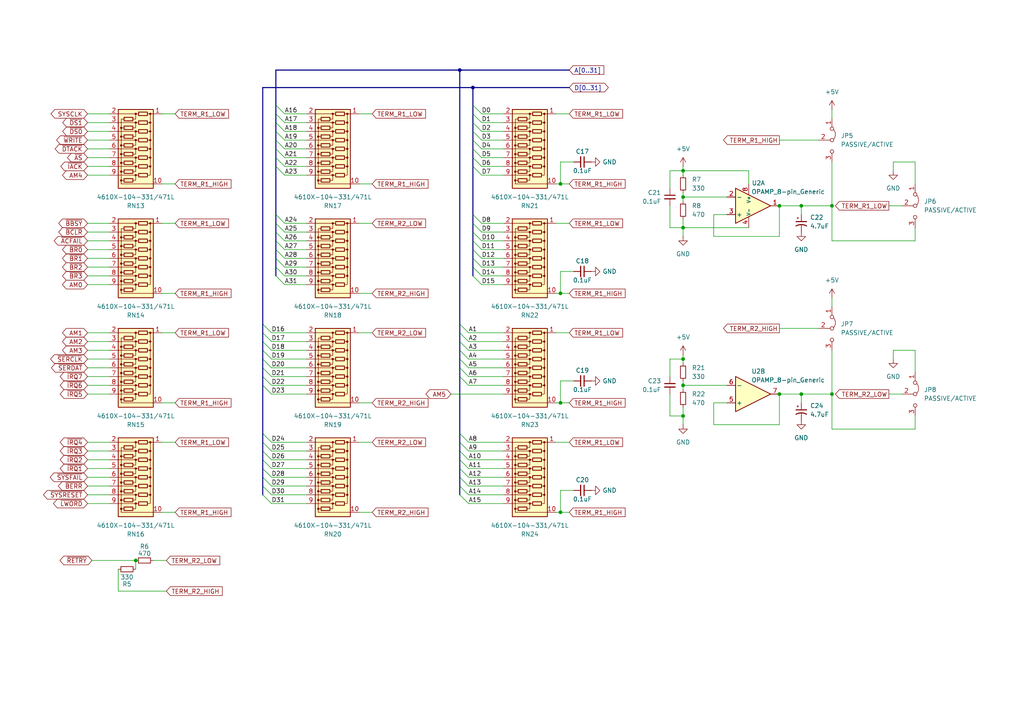
<source format=kicad_sch>
(kicad_sch (version 20231120) (generator "eeschema") (generator_version "8.0")
  (paper "A4")
  (title_block (title "6-Slot Backplane") (rev "1"))
  (lib_symbols
    (symbol "Computie_Miscellaneous:R_Network_Dividers_x08_SIP_Small" (pin_names (offset 0) hide)
      (property "Reference" "RN" (at -12.7 0 90))
      (property "Value" "R_Network_Dividers_x08_SIP_Small" (at 12.7 0 90))
      (symbol "R_Network_Dividers_x08_SIP_Small_0_1"
        (rectangle (start -11.43 5.08) (end 11.43 -5.08) (stroke (width 0.254)) (fill (type background)))
        (rectangle (start -10.668 3.3782) (end -9.652 0.8382) (stroke (width 0.254)))
        (circle (center -10.16 0) (radius 0.254) (fill (type outline)))
        (circle (center -10.16 4.2164) (radius 0.254) (fill (type outline)))
        (rectangle (start -9.144 -3.3782) (end -8.128 -0.8382) (stroke (width 0.254)))
        (rectangle (start -8.128 3.3782) (end -7.112 0.8382) (stroke (width 0.254)))
        (circle (center -7.62 0) (radius 0.254) (fill (type outline)))
        (circle (center -7.62 4.2164) (radius 0.254) (fill (type outline)))
        (rectangle (start -6.604 -3.3782) (end -5.588 -0.8382) (stroke (width 0.254)))
        (circle (center -6.096 -4.2164) (radius 0.254) (fill (type outline)))
        (rectangle (start -5.588 3.3782) (end -4.572 0.8382) (stroke (width 0.254)))
        (circle (center -5.08 0) (radius 0.254) (fill (type outline)))
        (circle (center -5.08 4.2164) (radius 0.254) (fill (type outline)))
        (rectangle (start -4.064 -3.3782) (end -3.048 -0.8382) (stroke (width 0.254)))
        (circle (center -3.556 -4.2164) (radius 0.254) (fill (type outline)))
        (rectangle (start -3.048 3.3782) (end -2.032 0.8382) (stroke (width 0.254)))
        (circle (center -2.54 0) (radius 0.254) (fill (type outline)))
        (circle (center -2.54 4.2164) (radius 0.254) (fill (type outline)))
        (rectangle (start -1.524 -3.3782) (end -0.508 -0.8382) (stroke (width 0.254)))
        (circle (center -1.016 -4.2164) (radius 0.254) (fill (type outline)))
        (rectangle (start -0.508 3.3782) (end 0.508 0.8382) (stroke (width 0.254)))
        (polyline (pts (xy -10.16 -5.08) (xy -10.16 0.8382)))
        (polyline (pts (xy -10.16 5.08) (xy -10.16 3.3782)))
        (polyline (pts (xy -8.89 -3.81) (xy -8.89 -3.81)))
        (polyline (pts (xy -7.621 4.216) (xy -7.621 3.368)))
        (polyline (pts (xy -7.62 -5.08) (xy -7.62 0.8382)))
        (polyline (pts (xy -5.08 -5.08) (xy -5.08 0.8382)))
        (polyline (pts (xy -2.544 4.215) (xy -2.544 3.372)))
        (polyline (pts (xy -2.54 -5.08) (xy -2.54 0.8382)))
        (polyline (pts (xy 0 -5.08) (xy 0 0.8382)))
        (polyline (pts (xy 2.54 -5.08) (xy 2.54 0.8382)))
        (polyline (pts (xy 5.08 -5.08) (xy 5.08 0.8382)))
        (polyline (pts (xy 6.61 -4.209) (xy 6.61 -3.358)))
        (polyline (pts (xy 7.62 -5.08) (xy 7.62 0.8382)))
        (polyline (pts (xy 10.16 -4.2164) (xy 10.16 5.08)))
        (polyline (pts (xy -10.16 0) (xy -8.636 0) (xy -8.636 -0.8382)))
        (polyline (pts (xy -10.16 4.2164) (xy -5.08 4.2164) (xy -5.08 3.3782)))
        (polyline (pts (xy -7.62 0) (xy -6.096 0) (xy -6.096 -0.8382)))
        (polyline (pts (xy -6.096 -4.206) (xy -8.644 -4.206) (xy -8.644 -3.371)))
        (polyline (pts (xy -5.08 0) (xy -3.556 0) (xy -3.556 -0.8382)))
        (polyline (pts (xy -5.08 4.2164) (xy 0 4.2164) (xy 0 3.3782)))
        (polyline (pts (xy -3.55 -4.203) (xy -6.096 -4.203) (xy -6.096 -3.354)))
        (polyline (pts (xy -2.54 0) (xy -1.016 0) (xy -1.016 -0.8382)))
        (polyline (pts (xy -2.54 4.2164) (xy 2.54 4.2164) (xy 2.54 3.3782)))
        (polyline (pts (xy -1.016 -4.203) (xy -3.553 -4.203) (xy -3.553 -3.377)))
        (polyline (pts (xy 0 0) (xy 1.524 0) (xy 1.524 -0.8382)))
        (polyline (pts (xy 0 4.2164) (xy 5.08 4.2164) (xy 5.08 3.3782)))
        (polyline (pts (xy 1.519 -4.209) (xy -1.018 -4.209) (xy -1.018 -3.374)))
        (polyline (pts (xy 2.54 0) (xy 4.064 0) (xy 4.064 -0.8382)))
        (polyline (pts (xy 2.54 4.2164) (xy 7.62 4.2164) (xy 7.62 3.3782)))
        (polyline (pts (xy 4.063 -4.213) (xy 1.52 -4.213) (xy 1.52 -3.367)))
        (polyline (pts (xy 4.064 -3.3782) (xy 4.064 -4.2164) (xy 10.16 -4.2164)))
        (polyline (pts (xy 5.08 0) (xy 6.604 0) (xy 6.604 -0.8382)))
        (polyline (pts (xy 7.62 0) (xy 9.144 0) (xy 9.144 -0.8382)))
        (polyline (pts (xy 9.144 -3.3782) (xy 9.144 -4.2164) (xy 10.16 -4.2164)))
        (circle (center 0 0) (radius 0.254) (fill (type outline)))
        (circle (center 0 4.2164) (radius 0.254) (fill (type outline)))
        (rectangle (start 1.016 -3.3782) (end 2.032 -0.8382) (stroke (width 0.254)))
        (circle (center 1.524 -4.2164) (radius 0.254) (fill (type outline)))
        (rectangle (start 2.032 3.3782) (end 3.048 0.8382) (stroke (width 0.254)))
        (circle (center 2.54 0) (radius 0.254) (fill (type outline)))
        (circle (center 2.54 4.2164) (radius 0.254) (fill (type outline)))
        (rectangle (start 3.556 -3.3782) (end 4.572 -0.8382) (stroke (width 0.254)))
        (circle (center 4.064 -4.2164) (radius 0.254) (fill (type outline)))
        (rectangle (start 4.572 3.3782) (end 5.588 0.8382) (stroke (width 0.254)))
        (circle (center 5.08 0) (radius 0.254) (fill (type outline)))
        (circle (center 5.08 4.2164) (radius 0.254) (fill (type outline)))
        (rectangle (start 6.096 -3.3782) (end 7.112 -0.8382) (stroke (width 0.254)))
        (circle (center 6.604 -4.2164) (radius 0.254) (fill (type outline)))
        (rectangle (start 7.112 3.3782) (end 8.128 0.8382) (stroke (width 0.254)))
        (circle (center 7.62 0) (radius 0.254) (fill (type outline)))
        (rectangle (start 8.636 -3.3782) (end 9.652 -0.8382) (stroke (width 0.254)))
        (circle (center 9.144 -4.2164) (radius 0.254) (fill (type outline)))
      )
      (symbol "R_Network_Dividers_x08_SIP_Small_1_1"
        (pin passive line (at -10.16 7.62 270) (length 2.54) (name "COM1") (number "1"))
        (pin passive line (at 10.16 7.62 270) (length 2.54) (name "COM2") (number "10"))
        (pin passive line (at -10.16 -7.62 90) (length 2.54) (name "R1") (number "2"))
        (pin passive line (at -7.62 -7.62 90) (length 2.54) (name "R2") (number "3"))
        (pin passive line (at -5.08 -7.62 90) (length 2.54) (name "R3") (number "4"))
        (pin passive line (at -2.54 -7.62 90) (length 2.54) (name "R4") (number "5"))
        (pin passive line (at 0 -7.62 90) (length 2.54) (name "R5") (number "6"))
        (pin passive line (at 2.54 -7.62 90) (length 2.54) (name "R6") (number "7"))
        (pin passive line (at 5.08 -7.62 90) (length 2.54) (name "R7") (number "8"))
        (pin passive line (at 7.62 -7.62 90) (length 2.54) (name "R8") (number "9"))
      )
    )
    (symbol "Device:C_Polarized_Small_US" (pin_numbers hide) (pin_names (offset 0.254) hide)
      (property "Reference" "C" (at 0.254 1.778 0))
      (property "Value" "C_Polarized_Small_US" (at 0.254 -2.032 0))
      (symbol "C_Polarized_Small_US_0_1"
        (polyline (pts (xy -1.524 0.508) (xy 1.524 0.508)) (stroke (width 0.3048)))
        (polyline (pts (xy -1.27 1.524) (xy -0.762 1.524)))
        (polyline (pts (xy -1.016 1.27) (xy -1.016 1.778)))
        (arc (start 1.524 -0.762) (mid 0 -0.3734) (end -1.524 -0.762) (stroke (width 0.3048)))
      )
      (symbol "C_Polarized_Small_US_1_1"
        (pin passive line (at 0 2.54 270) (length 2.032) (name "~") (number "1"))
        (pin passive line (at 0 -2.54 90) (length 2.032) (name "~") (number "2"))
      )
    )
    (symbol "Device:C_Small" (pin_numbers hide) (pin_names (offset 0.254) hide)
      (property "Reference" "C" (at 0.254 1.778 0))
      (property "Value" "C_Small" (at 0.254 -2.032 0))
      (symbol "C_Small_0_1"
        (polyline (pts (xy -1.524 -0.508) (xy 1.524 -0.508)) (stroke (width 0.3302)))
        (polyline (pts (xy -1.524 0.508) (xy 1.524 0.508)) (stroke (width 0.3048)))
      )
      (symbol "C_Small_1_1"
        (pin passive line (at 0 2.54 270) (length 2.032) (name "~") (number "1"))
        (pin passive line (at 0 -2.54 90) (length 2.032) (name "~") (number "2"))
      )
    )
    (symbol "Device:R_Small" (pin_numbers hide) (pin_names (offset 0.254) hide)
      (property "Reference" "R" (at 0.762 0.508 0))
      (property "Value" "R_Small" (at 0.762 -1.016 0))
      (symbol "R_Small_0_1"
        (rectangle (start -0.762 1.778) (end 0.762 -1.778) (stroke (width 0.2032)))
      )
      (symbol "R_Small_1_1"
        (pin passive line (at 0 2.54 270) (length 0.762) (name "~") (number "1"))
        (pin passive line (at 0 -2.54 90) (length 0.762) (name "~") (number "2"))
      )
    )
    (symbol "Jumper:Jumper_3_Bridged12" (pin_names (offset 0) hide) (exclude_from_sim yes) (in_bom no)
      (property "Reference" "JP" (at -2.54 -2.54 0))
      (property "Value" "Jumper_3_Bridged12" (at 0 2.794 0))
      (symbol "Jumper_3_Bridged12_0_0"
        (circle (center -3.302 0) (radius 0.508))
        (circle (center 0 0) (radius 0.508))
        (circle (center 3.302 0) (radius 0.508))
      )
      (symbol "Jumper_3_Bridged12_0_1"
        (arc (start -0.254 0.508) (mid -1.651 0.9912) (end -3.048 0.508))
        (polyline (pts (xy 0 -1.27) (xy 0 -0.508)))
      )
      (symbol "Jumper_3_Bridged12_1_1"
        (pin passive line (at -6.35 0 0) (length 2.54) (name "A") (number "1"))
        (pin passive line (at 0 -3.81 90) (length 2.54) (name "C") (number "2"))
        (pin passive line (at 6.35 0 180) (length 2.54) (name "B") (number "3"))
      )
    )
    (symbol "PCM_Amplifier_Operational_AKL:OPAMP_Dual_Generic" (pin_names (offset 0.2))
      (property "Reference" "U" (at 1.27 6.35 0))
      (property "Value" "OPAMP_Dual_Generic" (at 1.27 3.81 0))
      (symbol "OPAMP_Dual_Generic_0_1"
        (polyline (pts (xy -3.81 5.08) (xy -3.81 -5.08) (xy 6.35 0) (xy -3.81 5.08)) (stroke (width 0.254)) (fill (type background)))
      )
      (symbol "OPAMP_Dual_Generic_1_1"
        (pin output line (at 8.89 0 180) (length 2.54) (name "~") (number "1"))
        (pin input line (at -6.35 2.54 0) (length 2.54) (name "-") (number "2"))
        (pin input line (at -6.35 -2.54 0) (length 2.54) (name "+") (number "3"))
        (pin power_in line (at 0 -6.35 90) (length 3.18) (name "V-") (number "4"))
        (pin power_in line (at 0 6.35 270) (length 3.18) (name "V+") (number "8"))
      )
      (symbol "OPAMP_Dual_Generic_2_1"
        (pin input line (at -6.35 -2.54 0) (length 2.54) (name "+") (number "5"))
        (pin input line (at -6.35 2.54 0) (length 2.54) (name "-") (number "6"))
        (pin output line (at 8.89 0 180) (length 2.54) (name "~") (number "7"))
      )
    )
    (symbol "power:+5V" (power) (pin_numbers hide) (pin_names (offset 0) hide)
      (property "Value" "+5V" (at 0 3.556 0))
      (symbol "+5V_0_1"
        (polyline (pts (xy -0.762 1.27) (xy 0 2.54)))
        (polyline (pts (xy 0 0) (xy 0 2.54)))
        (polyline (pts (xy 0 2.54) (xy 0.762 1.27)))
      )
      (symbol "+5V_1_1"
        (pin power_in line (at 0 0 90) (length 0) (name "~") (number "1"))
      )
    )
    (symbol "power:GND" (power) (pin_numbers hide) (pin_names (offset 0) hide)
      (property "Value" "GND" (at 0 -3.81 0))
      (symbol "GND_0_1"
        (polyline (pts (xy 0 0) (xy 0 -1.27) (xy 1.27 -1.27) (xy 0 -2.54) (xy -1.27 -1.27) (xy 0 -1.27)))
      )
      (symbol "GND_1_1"
        (pin power_in line (at 0 0 270) (length 0) (name "~") (number "1"))
      )
    )
  )
  (junction (at 162.56 53.34))
  (junction (at 162.56 148.59))
  (junction (at 198.12 57.15))
  (junction (at 137.16 25.4))
  (junction (at 198.12 104.14))
  (junction (at 198.12 111.76))
  (junction (at 226.06 59.69))
  (junction (at 226.06 114.3))
  (junction (at 198.12 66.04))
  (junction (at 162.56 85.09))
  (junction (at 241.3 59.69))
  (junction (at 162.56 116.84))
  (junction (at 198.12 49.53))
  (junction (at 133.35 20.32))
  (junction (at 39.37 162.56))
  (junction (at 241.3 114.3))
  (junction (at 232.41 114.3))
  (junction (at 198.12 120.65))
  (junction (at 232.41 59.69))
  (bus_entry (at 82.55 50.8) (size -2.54 -2.54))
  (bus_entry (at 139.7 80.01) (size -2.54 -2.54))
  (bus_entry (at 82.55 33.02) (size -2.54 -2.54))
  (bus_entry (at 78.74 138.43) (size -2.54 -2.54))
  (bus_entry (at 135.89 99.06) (size -2.54 -2.54))
  (bus_entry (at 139.7 67.31) (size -2.54 -2.54))
  (bus_entry (at 135.89 101.6) (size -2.54 -2.54))
  (bus_entry (at 82.55 38.1) (size -2.54 -2.54))
  (bus_entry (at 78.74 104.14) (size -2.54 -2.54))
  (bus_entry (at 78.74 96.52) (size -2.54 -2.54))
  (bus_entry (at 82.55 82.55) (size -2.54 -2.54))
  (bus_entry (at 82.55 77.47) (size -2.54 -2.54))
  (bus_entry (at 78.74 133.35) (size -2.54 -2.54))
  (bus_entry (at 82.55 43.18) (size -2.54 -2.54))
  (bus_entry (at 139.7 35.56) (size -2.54 -2.54))
  (bus_entry (at 82.55 40.64) (size -2.54 -2.54))
  (bus_entry (at 82.55 72.39) (size -2.54 -2.54))
  (bus_entry (at 82.55 69.85) (size -2.54 -2.54))
  (bus_entry (at 78.74 101.6) (size -2.54 -2.54))
  (bus_entry (at 135.89 133.35) (size -2.54 -2.54))
  (bus_entry (at 78.74 143.51) (size -2.54 -2.54))
  (bus_entry (at 139.7 74.93) (size -2.54 -2.54))
  (bus_entry (at 139.7 82.55) (size -2.54 -2.54))
  (bus_entry (at 78.74 128.27) (size -2.54 -2.54))
  (bus_entry (at 135.89 104.14) (size -2.54 -2.54))
  (bus_entry (at 139.7 48.26) (size -2.54 -2.54))
  (bus_entry (at 139.7 77.47) (size -2.54 -2.54))
  (bus_entry (at 135.89 106.68) (size -2.54 -2.54))
  (bus_entry (at 78.74 146.05) (size -2.54 -2.54))
  (bus_entry (at 139.7 40.64) (size -2.54 -2.54))
  (bus_entry (at 135.89 128.27) (size -2.54 -2.54))
  (bus_entry (at 82.55 64.77) (size -2.54 -2.54))
  (bus_entry (at 135.89 109.22) (size -2.54 -2.54))
  (bus_entry (at 82.55 67.31) (size -2.54 -2.54))
  (bus_entry (at 135.89 96.52) (size -2.54 -2.54))
  (bus_entry (at 78.74 111.76) (size -2.54 -2.54))
  (bus_entry (at 139.7 45.72) (size -2.54 -2.54))
  (bus_entry (at 135.89 111.76) (size -2.54 -2.54))
  (bus_entry (at 78.74 140.97) (size -2.54 -2.54))
  (bus_entry (at 82.55 48.26) (size -2.54 -2.54))
  (bus_entry (at 135.89 146.05) (size -2.54 -2.54))
  (bus_entry (at 78.74 135.89) (size -2.54 -2.54))
  (bus_entry (at 139.7 43.18) (size -2.54 -2.54))
  (bus_entry (at 82.55 35.56) (size -2.54 -2.54))
  (bus_entry (at 135.89 130.81) (size -2.54 -2.54))
  (bus_entry (at 82.55 80.01) (size -2.54 -2.54))
  (bus_entry (at 82.55 45.72) (size -2.54 -2.54))
  (bus_entry (at 139.7 72.39) (size -2.54 -2.54))
  (bus_entry (at 78.74 99.06) (size -2.54 -2.54))
  (bus_entry (at 135.89 138.43) (size -2.54 -2.54))
  (bus_entry (at 139.7 69.85) (size -2.54 -2.54))
  (bus_entry (at 135.89 135.89) (size -2.54 -2.54))
  (bus_entry (at 82.55 74.93) (size -2.54 -2.54))
  (bus_entry (at 78.74 114.3) (size -2.54 -2.54))
  (bus_entry (at 139.7 50.8) (size -2.54 -2.54))
  (bus_entry (at 139.7 38.1) (size -2.54 -2.54))
  (bus_entry (at 78.74 109.22) (size -2.54 -2.54))
  (bus_entry (at 78.74 106.68) (size -2.54 -2.54))
  (bus_entry (at 78.74 130.81) (size -2.54 -2.54))
  (bus_entry (at 139.7 33.02) (size -2.54 -2.54))
  (bus_entry (at 135.89 143.51) (size -2.54 -2.54))
  (bus_entry (at 135.89 140.97) (size -2.54 -2.54))
  (bus_entry (at 139.7 64.77) (size -2.54 -2.54))
  (bus (pts (xy 80.01 69.85) (xy 80.01 72.39)))
  (wire (pts (xy 31.75 67.31) (xy 25.4 67.31)))
  (wire (pts (xy 241.3 69.85) (xy 241.3 59.69)))
  (wire (pts (xy 165.1 148.59) (xy 162.56 148.59)))
  (wire (pts (xy 31.75 50.8) (xy 25.4 50.8)))
  (wire (pts (xy 31.75 45.72) (xy 25.4 45.72)))
  (wire (pts (xy 241.3 59.69) (xy 241.3 46.99)))
  (bus (pts (xy 133.35 93.98) (xy 133.35 96.52)))
  (wire (pts (xy 146.05 72.39) (xy 139.7 72.39)))
  (bus (pts (xy 76.2 130.81) (xy 76.2 133.35)))
  (wire (pts (xy 31.75 135.89) (xy 25.4 135.89)))
  (wire (pts (xy 88.9 67.31) (xy 82.55 67.31)))
  (bus (pts (xy 80.01 64.77) (xy 80.01 67.31)))
  (wire (pts (xy 146.05 111.76) (xy 135.89 111.76)))
  (wire (pts (xy 146.05 106.68) (xy 135.89 106.68)))
  (wire (pts (xy 162.56 142.24) (xy 162.56 148.59)))
  (wire (pts (xy 88.9 130.81) (xy 78.74 130.81)))
  (wire (pts (xy 31.75 133.35) (xy 25.4 133.35)))
  (bus (pts (xy 133.35 138.43) (xy 133.35 140.97)))
  (wire (pts (xy 232.41 114.3) (xy 241.3 114.3)))
  (wire (pts (xy 146.05 133.35) (xy 135.89 133.35)))
  (bus (pts (xy 133.35 125.73) (xy 133.35 128.27)))
  (wire (pts (xy 31.75 82.55) (xy 25.4 82.55)))
  (wire (pts (xy 146.05 130.81) (xy 135.89 130.81)))
  (wire (pts (xy 198.12 110.49) (xy 198.12 111.76)))
  (bus (pts (xy 137.16 43.18) (xy 137.16 45.72)))
  (wire (pts (xy 259.08 49.53) (xy 259.08 46.99)))
  (wire (pts (xy 241.3 86.36) (xy 241.3 88.9)))
  (wire (pts (xy 146.05 109.22) (xy 135.89 109.22)))
  (wire (pts (xy 265.43 46.99) (xy 265.43 53.34)))
  (wire (pts (xy 31.75 33.02) (xy 25.4 33.02)))
  (wire (pts (xy 31.75 43.18) (xy 25.4 43.18)))
  (bus (pts (xy 76.2 128.27) (xy 76.2 130.81)))
  (bus (pts (xy 137.16 45.72) (xy 137.16 48.26)))
  (wire (pts (xy 194.31 54.61) (xy 194.31 49.53)))
  (wire (pts (xy 194.31 66.04) (xy 198.12 66.04)))
  (wire (pts (xy 146.05 128.27) (xy 135.89 128.27)))
  (bus (pts (xy 133.35 135.89) (xy 133.35 138.43)))
  (wire (pts (xy 198.12 118.11) (xy 198.12 120.65)))
  (wire (pts (xy 198.12 49.53) (xy 198.12 50.8)))
  (wire (pts (xy 88.9 128.27) (xy 78.74 128.27)))
  (wire (pts (xy 166.37 110.49) (xy 162.56 110.49)))
  (bus (pts (xy 137.16 40.64) (xy 137.16 43.18)))
  (bus (pts (xy 80.01 33.02) (xy 80.01 35.56)))
  (bus (pts (xy 76.2 106.68) (xy 76.2 109.22)))
  (bus (pts (xy 76.2 104.14) (xy 76.2 106.68)))
  (wire (pts (xy 88.9 104.14) (xy 78.74 104.14)))
  (wire (pts (xy 146.05 35.56) (xy 139.7 35.56)))
  (wire (pts (xy 165.1 128.27) (xy 161.29 128.27)))
  (bus (pts (xy 76.2 93.98) (xy 76.2 96.52)))
  (wire (pts (xy 130.81 114.3) (xy 146.05 114.3)))
  (wire (pts (xy 146.05 77.47) (xy 139.7 77.47)))
  (bus (pts (xy 76.2 96.52) (xy 76.2 99.06)))
  (wire (pts (xy 194.31 59.69) (xy 194.31 66.04)))
  (bus (pts (xy 76.2 138.43) (xy 76.2 140.97)))
  (bus (pts (xy 133.35 96.52) (xy 133.35 99.06)))
  (bus (pts (xy 165.1 25.4) (xy 137.16 25.4)))
  (wire (pts (xy 31.75 143.51) (xy 25.4 143.51)))
  (wire (pts (xy 146.05 48.26) (xy 139.7 48.26)))
  (wire (pts (xy 165.1 85.09) (xy 162.56 85.09)))
  (wire (pts (xy 88.9 64.77) (xy 82.55 64.77)))
  (wire (pts (xy 146.05 135.89) (xy 135.89 135.89)))
  (wire (pts (xy 259.08 101.6) (xy 265.43 101.6)))
  (wire (pts (xy 31.75 74.93) (xy 25.4 74.93)))
  (bus (pts (xy 137.16 74.93) (xy 137.16 77.47)))
  (wire (pts (xy 265.43 101.6) (xy 265.43 107.95)))
  (wire (pts (xy 226.06 59.69) (xy 232.41 59.69)))
  (bus (pts (xy 80.01 35.56) (xy 80.01 38.1)))
  (wire (pts (xy 31.75 69.85) (xy 25.4 69.85)))
  (wire (pts (xy 194.31 49.53) (xy 198.12 49.53)))
  (wire (pts (xy 107.95 85.09) (xy 104.14 85.09)))
  (bus (pts (xy 133.35 106.68) (xy 133.35 104.14)))
  (wire (pts (xy 232.41 114.3) (xy 232.41 116.84)))
  (wire (pts (xy 198.12 111.76) (xy 210.82 111.76)))
  (bus (pts (xy 76.2 99.06) (xy 76.2 101.6)))
  (bus (pts (xy 137.16 33.02) (xy 137.16 35.56)))
  (bus (pts (xy 76.2 133.35) (xy 76.2 135.89)))
  (wire (pts (xy 232.41 59.69) (xy 241.3 59.69)))
  (bus (pts (xy 80.01 43.18) (xy 80.01 45.72)))
  (wire (pts (xy 31.75 77.47) (xy 25.4 77.47)))
  (bus (pts (xy 137.16 64.77) (xy 137.16 67.31)))
  (wire (pts (xy 88.9 138.43) (xy 78.74 138.43)))
  (wire (pts (xy 226.06 114.3) (xy 232.41 114.3)))
  (wire (pts (xy 226.06 40.64) (xy 237.49 40.64)))
  (bus (pts (xy 133.35 109.22) (xy 133.35 125.73)))
  (wire (pts (xy 146.05 140.97) (xy 135.89 140.97)))
  (bus (pts (xy 80.01 45.72) (xy 80.01 48.26)))
  (bus (pts (xy 76.2 101.6) (xy 76.2 104.14)))
  (wire (pts (xy 146.05 64.77) (xy 139.7 64.77)))
  (wire (pts (xy 146.05 33.02) (xy 139.7 33.02)))
  (wire (pts (xy 198.12 111.76) (xy 198.12 113.03)))
  (wire (pts (xy 31.75 140.97) (xy 25.4 140.97)))
  (wire (pts (xy 50.8 128.27) (xy 46.99 128.27)))
  (wire (pts (xy 107.95 116.84) (xy 104.14 116.84)))
  (wire (pts (xy 107.95 64.77) (xy 104.14 64.77)))
  (wire (pts (xy 166.37 78.74) (xy 162.56 78.74)))
  (bus (pts (xy 137.16 69.85) (xy 137.16 72.39)))
  (wire (pts (xy 162.56 46.99) (xy 162.56 53.34)))
  (wire (pts (xy 198.12 57.15) (xy 210.82 57.15)))
  (wire (pts (xy 207.01 116.84) (xy 207.01 123.19)))
  (bus (pts (xy 137.16 25.4) (xy 137.16 30.48)))
  (wire (pts (xy 165.1 64.77) (xy 161.29 64.77)))
  (wire (pts (xy 198.12 57.15) (xy 198.12 58.42)))
  (wire (pts (xy 207.01 123.19) (xy 226.06 123.19)))
  (wire (pts (xy 146.05 143.51) (xy 135.89 143.51)))
  (bus (pts (xy 133.35 140.97) (xy 133.35 143.51)))
  (wire (pts (xy 88.9 72.39) (xy 82.55 72.39)))
  (wire (pts (xy 165.1 33.02) (xy 161.29 33.02)))
  (wire (pts (xy 31.75 35.56) (xy 25.4 35.56)))
  (wire (pts (xy 146.05 69.85) (xy 139.7 69.85)))
  (wire (pts (xy 259.08 104.14) (xy 259.08 101.6)))
  (wire (pts (xy 50.8 33.02) (xy 46.99 33.02)))
  (wire (pts (xy 50.8 148.59) (xy 46.99 148.59)))
  (wire (pts (xy 146.05 67.31) (xy 139.7 67.31)))
  (bus (pts (xy 76.2 135.89) (xy 76.2 138.43)))
  (wire (pts (xy 217.17 49.53) (xy 198.12 49.53)))
  (wire (pts (xy 39.37 162.56) (xy 26.67 162.56)))
  (wire (pts (xy 88.9 101.6) (xy 78.74 101.6)))
  (wire (pts (xy 88.9 69.85) (xy 82.55 69.85)))
  (bus (pts (xy 80.01 20.32) (xy 133.35 20.32)))
  (wire (pts (xy 88.9 106.68) (xy 78.74 106.68)))
  (wire (pts (xy 207.01 62.23) (xy 207.01 68.58)))
  (wire (pts (xy 146.05 80.01) (xy 139.7 80.01)))
  (wire (pts (xy 48.26 162.56) (xy 44.45 162.56)))
  (wire (pts (xy 210.82 62.23) (xy 207.01 62.23)))
  (wire (pts (xy 50.8 85.09) (xy 46.99 85.09)))
  (wire (pts (xy 88.9 111.76) (xy 78.74 111.76)))
  (wire (pts (xy 241.3 31.75) (xy 241.3 34.29)))
  (wire (pts (xy 88.9 146.05) (xy 78.74 146.05)))
  (wire (pts (xy 31.75 128.27) (xy 25.4 128.27)))
  (wire (pts (xy 88.9 82.55) (xy 82.55 82.55)))
  (wire (pts (xy 31.75 96.52) (xy 25.4 96.52)))
  (wire (pts (xy 198.12 55.88) (xy 198.12 57.15)))
  (wire (pts (xy 146.05 104.14) (xy 135.89 104.14)))
  (bus (pts (xy 80.01 67.31) (xy 80.01 69.85)))
  (bus (pts (xy 76.2 25.4) (xy 137.16 25.4)))
  (bus (pts (xy 76.2 111.76) (xy 76.2 125.73)))
  (wire (pts (xy 88.9 143.51) (xy 78.74 143.51)))
  (wire (pts (xy 217.17 53.34) (xy 217.17 49.53)))
  (bus (pts (xy 76.2 125.73) (xy 76.2 128.27)))
  (bus (pts (xy 80.01 77.47) (xy 80.01 80.01)))
  (wire (pts (xy 107.95 53.34) (xy 104.14 53.34)))
  (bus (pts (xy 76.2 93.98) (xy 76.2 25.4)))
  (bus (pts (xy 133.35 133.35) (xy 133.35 135.89)))
  (bus (pts (xy 80.01 74.93) (xy 80.01 77.47)))
  (wire (pts (xy 198.12 120.65) (xy 198.12 123.19)))
  (bus (pts (xy 80.01 48.26) (xy 80.01 62.23)))
  (wire (pts (xy 88.9 135.89) (xy 78.74 135.89)))
  (wire (pts (xy 241.3 114.3) (xy 241.3 101.6)))
  (wire (pts (xy 265.43 120.65) (xy 265.43 124.46)))
  (wire (pts (xy 241.3 69.85) (xy 265.43 69.85)))
  (wire (pts (xy 50.8 96.52) (xy 46.99 96.52)))
  (wire (pts (xy 198.12 48.26) (xy 198.12 49.53)))
  (bus (pts (xy 137.16 30.48) (xy 137.16 33.02)))
  (bus (pts (xy 133.35 20.32) (xy 133.35 93.98)))
  (wire (pts (xy 31.75 138.43) (xy 25.4 138.43)))
  (wire (pts (xy 50.8 116.84) (xy 46.99 116.84)))
  (wire (pts (xy 210.82 116.84) (xy 207.01 116.84)))
  (wire (pts (xy 198.12 63.5) (xy 198.12 66.04)))
  (wire (pts (xy 146.05 50.8) (xy 139.7 50.8)))
  (wire (pts (xy 88.9 140.97) (xy 78.74 140.97)))
  (wire (pts (xy 31.75 99.06) (xy 25.4 99.06)))
  (wire (pts (xy 162.56 78.74) (xy 162.56 85.09)))
  (wire (pts (xy 31.75 64.77) (xy 25.4 64.77)))
  (wire (pts (xy 232.41 59.69) (xy 232.41 62.23)))
  (wire (pts (xy 217.17 66.04) (xy 198.12 66.04)))
  (bus (pts (xy 133.35 104.14) (xy 133.35 101.6)))
  (wire (pts (xy 107.95 33.02) (xy 104.14 33.02)))
  (wire (pts (xy 88.9 38.1) (xy 82.55 38.1)))
  (wire (pts (xy 31.75 48.26) (xy 25.4 48.26)))
  (bus (pts (xy 133.35 109.22) (xy 133.35 106.68)))
  (wire (pts (xy 146.05 96.52) (xy 135.89 96.52)))
  (wire (pts (xy 194.31 114.3) (xy 194.31 120.65)))
  (wire (pts (xy 146.05 45.72) (xy 139.7 45.72)))
  (wire (pts (xy 146.05 101.6) (xy 135.89 101.6)))
  (wire (pts (xy 146.05 99.06) (xy 135.89 99.06)))
  (wire (pts (xy 226.06 95.25) (xy 237.49 95.25)))
  (wire (pts (xy 88.9 50.8) (xy 82.55 50.8)))
  (wire (pts (xy 48.26 171.45) (xy 34.29 171.45)))
  (wire (pts (xy 31.75 38.1) (xy 25.4 38.1)))
  (wire (pts (xy 88.9 96.52) (xy 78.74 96.52)))
  (wire (pts (xy 257.81 114.3) (xy 261.62 114.3)))
  (bus (pts (xy 137.16 35.56) (xy 137.16 38.1)))
  (wire (pts (xy 31.75 130.81) (xy 25.4 130.81)))
  (wire (pts (xy 88.9 48.26) (xy 82.55 48.26)))
  (bus (pts (xy 137.16 38.1) (xy 137.16 40.64)))
  (wire (pts (xy 198.12 102.87) (xy 198.12 104.14)))
  (wire (pts (xy 166.37 142.24) (xy 162.56 142.24)))
  (bus (pts (xy 137.16 72.39) (xy 137.16 74.93)))
  (wire (pts (xy 88.9 109.22) (xy 78.74 109.22)))
  (bus (pts (xy 165.1 20.32) (xy 133.35 20.32)))
  (wire (pts (xy 31.75 114.3) (xy 25.4 114.3)))
  (wire (pts (xy 88.9 74.93) (xy 82.55 74.93)))
  (wire (pts (xy 31.75 109.22) (xy 25.4 109.22)))
  (bus (pts (xy 80.01 30.48) (xy 80.01 33.02)))
  (bus (pts (xy 80.01 72.39) (xy 80.01 74.93)))
  (bus (pts (xy 76.2 109.22) (xy 76.2 111.76)))
  (wire (pts (xy 107.95 128.27) (xy 104.14 128.27)))
  (wire (pts (xy 88.9 80.01) (xy 82.55 80.01)))
  (wire (pts (xy 259.08 46.99) (xy 265.43 46.99)))
  (wire (pts (xy 31.75 111.76) (xy 25.4 111.76)))
  (wire (pts (xy 146.05 43.18) (xy 139.7 43.18)))
  (bus (pts (xy 80.01 62.23) (xy 80.01 64.77)))
  (wire (pts (xy 162.56 53.34) (xy 161.29 53.34)))
  (wire (pts (xy 226.06 123.19) (xy 226.06 114.3)))
  (wire (pts (xy 257.81 59.69) (xy 261.62 59.69)))
  (wire (pts (xy 198.12 104.14) (xy 198.12 105.41)))
  (bus (pts (xy 133.35 130.81) (xy 133.35 133.35)))
  (wire (pts (xy 88.9 45.72) (xy 82.55 45.72)))
  (wire (pts (xy 88.9 43.18) (xy 82.55 43.18)))
  (wire (pts (xy 194.31 120.65) (xy 198.12 120.65)))
  (bus (pts (xy 133.35 101.6) (xy 133.35 99.06)))
  (wire (pts (xy 162.56 110.49) (xy 162.56 116.84)))
  (wire (pts (xy 162.56 116.84) (xy 161.29 116.84)))
  (wire (pts (xy 146.05 138.43) (xy 135.89 138.43)))
  (bus (pts (xy 137.16 48.26) (xy 137.16 62.23)))
  (wire (pts (xy 165.1 116.84) (xy 162.56 116.84)))
  (wire (pts (xy 166.37 46.99) (xy 162.56 46.99)))
  (wire (pts (xy 31.75 146.05) (xy 25.4 146.05)))
  (wire (pts (xy 241.3 124.46) (xy 241.3 114.3)))
  (wire (pts (xy 194.31 109.22) (xy 194.31 104.14)))
  (bus (pts (xy 137.16 62.23) (xy 137.16 64.77)))
  (wire (pts (xy 39.37 162.56) (xy 39.37 165.1)))
  (wire (pts (xy 107.95 96.52) (xy 104.14 96.52)))
  (wire (pts (xy 31.75 40.64) (xy 25.4 40.64)))
  (wire (pts (xy 88.9 99.06) (xy 78.74 99.06)))
  (wire (pts (xy 265.43 66.04) (xy 265.43 69.85)))
  (wire (pts (xy 88.9 77.47) (xy 82.55 77.47)))
  (wire (pts (xy 31.75 72.39) (xy 25.4 72.39)))
  (wire (pts (xy 165.1 53.34) (xy 162.56 53.34)))
  (wire (pts (xy 31.75 104.14) (xy 25.4 104.14)))
  (wire (pts (xy 146.05 146.05) (xy 135.89 146.05)))
  (wire (pts (xy 31.75 106.68) (xy 25.4 106.68)))
  (wire (pts (xy 107.95 148.59) (xy 104.14 148.59)))
  (wire (pts (xy 207.01 68.58) (xy 226.06 68.58)))
  (wire (pts (xy 146.05 74.93) (xy 139.7 74.93)))
  (wire (pts (xy 162.56 148.59) (xy 161.29 148.59)))
  (wire (pts (xy 88.9 33.02) (xy 82.55 33.02)))
  (bus (pts (xy 80.01 20.32) (xy 80.01 30.48)))
  (wire (pts (xy 162.56 85.09) (xy 161.29 85.09)))
  (wire (pts (xy 50.8 64.77) (xy 46.99 64.77)))
  (wire (pts (xy 165.1 96.52) (xy 161.29 96.52)))
  (bus (pts (xy 137.16 77.47) (xy 137.16 80.01)))
  (wire (pts (xy 50.8 53.34) (xy 46.99 53.34)))
  (bus (pts (xy 137.16 67.31) (xy 137.16 69.85)))
  (bus (pts (xy 76.2 140.97) (xy 76.2 143.51)))
  (wire (pts (xy 31.75 80.01) (xy 25.4 80.01)))
  (wire (pts (xy 88.9 114.3) (xy 78.74 114.3)))
  (wire (pts (xy 146.05 82.55) (xy 139.7 82.55)))
  (wire (pts (xy 146.05 38.1) (xy 139.7 38.1)))
  (wire (pts (xy 226.06 68.58) (xy 226.06 59.69)))
  (wire (pts (xy 194.31 104.14) (xy 198.12 104.14)))
  (wire (pts (xy 34.29 165.1) (xy 34.29 171.45)))
  (wire (pts (xy 88.9 133.35) (xy 78.74 133.35)))
  (wire (pts (xy 88.9 35.56) (xy 82.55 35.56)))
  (wire (pts (xy 146.05 40.64) (xy 139.7 40.64)))
  (wire (pts (xy 31.75 101.6) (xy 25.4 101.6)))
  (bus (pts (xy 80.01 38.1) (xy 80.01 40.64)))
  (wire (pts (xy 198.12 66.04) (xy 198.12 68.58)))
  (bus (pts (xy 80.01 40.64) (xy 80.01 43.18)))
  (wire (pts (xy 88.9 40.64) (xy 82.55 40.64)))
  (wire (pts (xy 241.3 124.46) (xy 265.43 124.46)))
  (bus (pts (xy 133.35 128.27) (xy 133.35 130.81)))
  (label "D26" (at 78.74 133.35 0))
  (label "D22" (at 78.74 111.76 0))
  (label "D29" (at 78.74 140.97 0))
  (label "D14" (at 139.7 80.01 0))
  (label "A27" (at 82.55 72.39 0))
  (label "A9" (at 135.89 130.81 0))
  (label "D2" (at 139.7 38.1 0))
  (label "A20" (at 82.55 43.18 0))
  (label "D8" (at 139.7 64.77 0))
  (label "A19" (at 82.55 40.64 0))
  (label "D0" (at 139.7 33.02 0))
  (label "A10" (at 135.89 133.35 0))
  (label "A4" (at 135.89 104.14 0))
  (label "A2" (at 135.89 99.06 0))
  (label "D24" (at 78.74 128.27 0))
  (label "A13" (at 135.89 140.97 0))
  (label "A12" (at 135.89 138.43 0))
  (label "A25" (at 82.55 67.31 0))
  (label "A17" (at 82.55 35.56 0))
  (label "D25" (at 78.74 130.81 0))
  (label "D31" (at 78.74 146.05 0))
  (label "D9" (at 139.7 67.31 0))
  (label "A8" (at 135.89 128.27 0))
  (label "D30" (at 78.74 143.51 0))
  (label "A31" (at 82.55 82.55 0))
  (label "A7" (at 135.89 111.76 0))
  (label "D13" (at 139.7 77.47 0))
  (label "A5" (at 135.89 106.68 0))
  (label "D20" (at 78.74 106.68 0))
  (label "D17" (at 78.74 99.06 0))
  (label "D28" (at 78.74 138.43 0))
  (label "D19" (at 78.74 104.14 0))
  (label "A14" (at 135.89 143.51 0))
  (label "A26" (at 82.55 69.85 0))
  (label "D4" (at 139.7 43.18 0))
  (label "D15" (at 139.7 82.55 0))
  (label "D21" (at 78.74 109.22 0))
  (label "D23" (at 78.74 114.3 0))
  (label "A16" (at 82.55 33.02 0))
  (label "A15" (at 135.89 146.05 0))
  (label "A3" (at 135.89 101.6 0))
  (label "D12" (at 139.7 74.93 0))
  (label "D27" (at 78.74 135.89 0))
  (label "D1" (at 139.7 35.56 0))
  (label "D18" (at 78.74 101.6 0))
  (label "D7" (at 139.7 50.8 0))
  (label "A22" (at 82.55 48.26 0))
  (label "A1" (at 135.89 96.52 0))
  (label "A11" (at 135.89 135.89 0))
  (label "A6" (at 135.89 109.22 0))
  (label "D16" (at 78.74 96.52 0))
  (label "A23" (at 82.55 50.8 0))
  (label "D5" (at 139.7 45.72 0))
  (label "D3" (at 139.7 40.64 0))
  (label "A24" (at 82.55 64.77 0))
  (label "A29" (at 82.55 77.47 0))
  (label "A18" (at 82.55 38.1 0))
  (label "A28" (at 82.55 74.93 0))
  (label "D10" (at 139.7 69.85 0))
  (label "D6" (at 139.7 48.26 0))
  (label "D11" (at 139.7 72.39 0))
  (label "A21" (at 82.55 45.72 0))
  (label "A30" (at 82.55 80.01 0))
  (global_label "TERM_R2_HIGH" (shape input) (at 107.95 148.59 0) (property "Intersheetrefs" "${INTERSHEET_REFS}" (effects (hide yes))))
  (global_label "~{IRQ1}" (shape bidirectional) (at 25.4 135.89 180) (property "Intersheetrefs" "${INTERSHEET_REFS}" (effects (hide yes))))
  (global_label "~{IRQ2}" (shape bidirectional) (at 25.4 133.35 180) (property "Intersheetrefs" "${INTERSHEET_REFS}" (effects (hide yes))))
  (global_label "TERM_R1_HIGH" (shape input) (at 165.1 148.59 0) (property "Intersheetrefs" "${INTERSHEET_REFS}" (effects (hide yes))))
  (global_label "~{BR2}" (shape bidirectional) (at 25.4 77.47 180) (property "Intersheetrefs" "${INTERSHEET_REFS}" (effects (hide yes))))
  (global_label "~{BR0}" (shape bidirectional) (at 25.4 72.39 180) (property "Intersheetrefs" "${INTERSHEET_REFS}" (effects (hide yes))))
  (global_label "AM5" (shape bidirectional) (at 130.81 114.3 180) (property "Intersheetrefs" "${INTERSHEET_REFS}" (effects (hide yes))))
  (global_label "TERM_R1_LOW" (shape input) (at 107.95 33.02 0) (property "Intersheetrefs" "${INTERSHEET_REFS}" (effects (hide yes))))
  (global_label "TERM_R2_LOW" (shape input) (at 48.26 162.56 0) (property "Intersheetrefs" "${INTERSHEET_REFS}" (effects (hide yes))))
  (global_label "TERM_R2_LOW" (shape output) (at 257.81 114.3 180) (property "Intersheetrefs" "${INTERSHEET_REFS}" (effects (hide yes))))
  (global_label "~{IRQ5}" (shape bidirectional) (at 25.4 114.3 180) (property "Intersheetrefs" "${INTERSHEET_REFS}" (effects (hide yes))))
  (global_label "~{BR3}" (shape bidirectional) (at 25.4 80.01 180) (property "Intersheetrefs" "${INTERSHEET_REFS}" (effects (hide yes))))
  (global_label "~{RETRY}" (shape bidirectional) (at 26.67 162.56 180) (property "Intersheetrefs" "${INTERSHEET_REFS}" (effects (hide yes))))
  (global_label "TERM_R1_LOW" (shape input) (at 165.1 33.02 0) (property "Intersheetrefs" "${INTERSHEET_REFS}" (effects (hide yes))))
  (global_label "~{DS0}" (shape bidirectional) (at 25.4 38.1 180) (property "Intersheetrefs" "${INTERSHEET_REFS}" (effects (hide yes))))
  (global_label "~{BBSY}" (shape bidirectional) (at 25.4 64.77 180) (property "Intersheetrefs" "${INTERSHEET_REFS}" (effects (hide yes))))
  (global_label "~{WRITE}" (shape bidirectional) (at 25.4 40.64 180) (property "Intersheetrefs" "${INTERSHEET_REFS}" (effects (hide yes))))
  (global_label "~{BR1}" (shape bidirectional) (at 25.4 74.93 180) (property "Intersheetrefs" "${INTERSHEET_REFS}" (effects (hide yes))))
  (global_label "~{BCLR}" (shape bidirectional) (at 25.4 67.31 180) (property "Intersheetrefs" "${INTERSHEET_REFS}" (effects (hide yes))))
  (global_label "TERM_R2_HIGH" (shape input) (at 48.26 171.45 0) (property "Intersheetrefs" "${INTERSHEET_REFS}" (effects (hide yes))))
  (global_label "~{DS1}" (shape bidirectional) (at 25.4 35.56 180) (property "Intersheetrefs" "${INTERSHEET_REFS}" (effects (hide yes))))
  (global_label "A[0..31]" (shape input) (at 165.1 20.32 0) (property "Intersheetrefs" "${INTERSHEET_REFS}" (effects (hide yes))))
  (global_label "TERM_R1_LOW" (shape input) (at 165.1 64.77 0) (property "Intersheetrefs" "${INTERSHEET_REFS}" (effects (hide yes))))
  (global_label "~{IACK}" (shape bidirectional) (at 25.4 48.26 180) (property "Intersheetrefs" "${INTERSHEET_REFS}" (effects (hide yes))))
  (global_label "~{SYSFAIL}" (shape bidirectional) (at 25.4 138.43 180) (property "Intersheetrefs" "${INTERSHEET_REFS}" (effects (hide yes))))
  (global_label "TERM_R2_LOW" (shape input) (at 107.95 64.77 0) (property "Intersheetrefs" "${INTERSHEET_REFS}" (effects (hide yes))))
  (global_label "TERM_R1_HIGH" (shape output) (at 226.06 40.64 180) (property "Intersheetrefs" "${INTERSHEET_REFS}" (effects (hide yes))))
  (global_label "~{DTACK}" (shape bidirectional) (at 25.4 43.18 180) (property "Intersheetrefs" "${INTERSHEET_REFS}" (effects (hide yes))))
  (global_label "TERM_R1_LOW" (shape input) (at 50.8 33.02 0) (property "Intersheetrefs" "${INTERSHEET_REFS}" (effects (hide yes))))
  (global_label "TERM_R1_LOW" (shape input) (at 165.1 96.52 0) (property "Intersheetrefs" "${INTERSHEET_REFS}" (effects (hide yes))))
  (global_label "~{AS}" (shape bidirectional) (at 25.4 45.72 180) (property "Intersheetrefs" "${INTERSHEET_REFS}" (effects (hide yes))))
  (global_label "TERM_R1_HIGH" (shape input) (at 50.8 148.59 0) (property "Intersheetrefs" "${INTERSHEET_REFS}" (effects (hide yes))))
  (global_label "AM3" (shape bidirectional) (at 25.4 101.6 180) (property "Intersheetrefs" "${INTERSHEET_REFS}" (effects (hide yes))))
  (global_label "TERM_R2_LOW" (shape input) (at 107.95 128.27 0) (property "Intersheetrefs" "${INTERSHEET_REFS}" (effects (hide yes))))
  (global_label "SYSCLK" (shape bidirectional) (at 25.4 33.02 180) (property "Intersheetrefs" "${INTERSHEET_REFS}" (effects (hide yes))))
  (global_label "~{IRQ6}" (shape bidirectional) (at 25.4 111.76 180) (property "Intersheetrefs" "${INTERSHEET_REFS}" (effects (hide yes))))
  (global_label "AM4" (shape bidirectional) (at 25.4 50.8 180) (property "Intersheetrefs" "${INTERSHEET_REFS}" (effects (hide yes))))
  (global_label "TERM_R1_LOW" (shape input) (at 50.8 64.77 0) (property "Intersheetrefs" "${INTERSHEET_REFS}" (effects (hide yes))))
  (global_label "TERM_R2_LOW" (shape input) (at 107.95 96.52 0) (property "Intersheetrefs" "${INTERSHEET_REFS}" (effects (hide yes))))
  (global_label "~{IRQ3}" (shape bidirectional) (at 25.4 130.81 180) (property "Intersheetrefs" "${INTERSHEET_REFS}" (effects (hide yes))))
  (global_label "TERM_R1_HIGH" (shape input) (at 165.1 116.84 0) (property "Intersheetrefs" "${INTERSHEET_REFS}" (effects (hide yes))))
  (global_label "TERM_R1_HIGH" (shape input) (at 165.1 53.34 0) (property "Intersheetrefs" "${INTERSHEET_REFS}" (effects (hide yes))))
  (global_label "TERM_R1_HIGH" (shape input) (at 107.95 53.34 0) (property "Intersheetrefs" "${INTERSHEET_REFS}" (effects (hide yes))))
  (global_label "TERM_R2_HIGH" (shape input) (at 107.95 85.09 0) (property "Intersheetrefs" "${INTERSHEET_REFS}" (effects (hide yes))))
  (global_label "TERM_R1_LOW" (shape input) (at 50.8 96.52 0) (property "Intersheetrefs" "${INTERSHEET_REFS}" (effects (hide yes))))
  (global_label "TERM_R1_HIGH" (shape input) (at 50.8 116.84 0) (property "Intersheetrefs" "${INTERSHEET_REFS}" (effects (hide yes))))
  (global_label "~{BERR}" (shape bidirectional) (at 25.4 140.97 180) (property "Intersheetrefs" "${INTERSHEET_REFS}" (effects (hide yes))))
  (global_label "~{ACFAIL}" (shape bidirectional) (at 25.4 69.85 180) (property "Intersheetrefs" "${INTERSHEET_REFS}" (effects (hide yes))))
  (global_label "~{SYSRESET}" (shape bidirectional) (at 25.4 143.51 180) (property "Intersheetrefs" "${INTERSHEET_REFS}" (effects (hide yes))))
  (global_label "TERM_R1_HIGH" (shape input) (at 50.8 85.09 0) (property "Intersheetrefs" "${INTERSHEET_REFS}" (effects (hide yes))))
  (global_label "~{SERCLK}" (shape bidirectional) (at 25.4 104.14 180) (property "Intersheetrefs" "${INTERSHEET_REFS}" (effects (hide yes))))
  (global_label "D[0..31]" (shape bidirectional) (at 165.1 25.4 0) (property "Intersheetrefs" "${INTERSHEET_REFS}" (effects (hide yes))))
  (global_label "AM0" (shape bidirectional) (at 25.4 82.55 180) (property "Intersheetrefs" "${INTERSHEET_REFS}" (effects (hide yes))))
  (global_label "TERM_R2_HIGH" (shape input) (at 107.95 116.84 0) (property "Intersheetrefs" "${INTERSHEET_REFS}" (effects (hide yes))))
  (global_label "~{IRQ4}" (shape bidirectional) (at 25.4 128.27 180) (property "Intersheetrefs" "${INTERSHEET_REFS}" (effects (hide yes))))
  (global_label "TERM_R1_HIGH" (shape input) (at 165.1 85.09 0) (property "Intersheetrefs" "${INTERSHEET_REFS}" (effects (hide yes))))
  (global_label "TERM_R2_HIGH" (shape output) (at 226.06 95.25 180) (property "Intersheetrefs" "${INTERSHEET_REFS}" (effects (hide yes))))
  (global_label "TERM_R1_HIGH" (shape input) (at 50.8 53.34 0) (property "Intersheetrefs" "${INTERSHEET_REFS}" (effects (hide yes))))
  (global_label "~{SERDAT}" (shape bidirectional) (at 25.4 106.68 180) (property "Intersheetrefs" "${INTERSHEET_REFS}" (effects (hide yes))))
  (global_label "TERM_R1_LOW" (shape input) (at 165.1 128.27 0) (property "Intersheetrefs" "${INTERSHEET_REFS}" (effects (hide yes))))
  (global_label "~{LWORD}" (shape bidirectional) (at 25.4 146.05 180) (property "Intersheetrefs" "${INTERSHEET_REFS}" (effects (hide yes))))
  (global_label "TERM_R1_LOW" (shape input) (at 50.8 128.27 0) (property "Intersheetrefs" "${INTERSHEET_REFS}" (effects (hide yes))))
  (global_label "~{IRQ7}" (shape bidirectional) (at 25.4 109.22 180) (property "Intersheetrefs" "${INTERSHEET_REFS}" (effects (hide yes))))
  (global_label "AM1" (shape bidirectional) (at 25.4 96.52 180) (property "Intersheetrefs" "${INTERSHEET_REFS}" (effects (hide yes))))
  (global_label "TERM_R1_LOW" (shape output) (at 257.81 59.69 180) (property "Intersheetrefs" "${INTERSHEET_REFS}" (effects (hide yes))))
  (global_label "AM2" (shape bidirectional) (at 25.4 99.06 180) (property "Intersheetrefs" "${INTERSHEET_REFS}" (effects (hide yes))))
  (symbol (lib_id "power:GND") (at 171.45 110.49 90) (unit 1)
    (property "Reference" "#PWR028" (effects (hide yes)))
    (property "Value" "GND" (at 174.752 110.49 90) (effects (justify right)))
    (property "Description" "Power symbol creates a global label with name \"GND\" , ground" (effects (hide yes)))
  )
  (symbol (lib_id "Device:R_Small") (at 198.12 107.95 0) (unit 1)
    (property "Reference" "R21" (at 200.66 106.6799 0) (effects (justify left)))
    (property "Value" "330" (at 200.66 109.2199 0) (effects (justify left)))
    (property "Description" "Resistor, small symbol" (effects (hide yes)))
  )
  (symbol (lib_id "Jumper:Jumper_3_Bridged12") (at 265.43 59.69 270) (unit 1) (exclude_from_sim yes) (in_bom no)
    (property "Reference" "JP6" (at 267.97 58.4199 90) (effects (justify left)))
    (property "Value" "PASSIVE/ACTIVE" (at 267.97 60.9599 90) (effects (justify left)))
    (property "Footprint" "Connector_PinHeader_2.54mm:PinHeader_1x02_P2.54mm_Vertical" (effects (hide yes)))
    (property "Description" "Jumper, 3-pole, pins 1+2 closed/bridged" (effects (hide yes)))
  )
  (symbol (lib_id "Computie_Miscellaneous:R_Network_Dividers_x08_SIP_Small") (at 96.52 138.43 270) (unit 1)
    (property "Reference" "RN20" (at 96.52 154.94 90))
    (property "Value" "4610X-104-331/471L" (at 96.52 152.4 90))
    (property "Footprint" "Resistor_THT:R_Array_SIP10" (effects (hide yes)))
    (property "Datasheet" "http://www.vishay.com/docs/31509/csc.pdf" (effects (hide yes)))
    (property "Description" "8 voltage divider network, dual terminator, SIP package" (effects (hide yes)))
  )
  (symbol (lib_id "power:GND") (at 198.12 123.19 0) (unit 1)
    (property "Reference" "#PWR084" (effects (hide yes)))
    (property "Value" "GND" (at 198.12 128.27 0))
    (property "Description" "Power symbol creates a global label with name \"GND\" , ground" (effects (hide yes)))
  )
  (symbol (lib_id "Device:C_Small") (at 168.91 110.49 270) (unit 1)
    (property "Reference" "C19" (at 168.91 107.442 90))
    (property "Value" "0.1uF" (at 168.91 113.03 90))
    (property "Description" "Unpolarized capacitor, small symbol" (effects (hide yes)))
  )
  (symbol (lib_id "Device:C_Polarized_Small_US") (at 232.41 64.77 0) (unit 1)
    (property "Reference" "C22" (at 234.95 63.0681 0) (effects (justify left)))
    (property "Value" "4.7uF" (at 234.95 65.6081 0) (effects (justify left)))
    (property "Footprint" "Capacitor_THT:CP_Radial_D5.0mm_P2.00mm" (effects (hide yes)))
    (property "Description" "Polarized capacitor, small US symbol" (effects (hide yes)))
  )
  (symbol (lib_id "power:GND") (at 259.08 104.14 0) (unit 1)
    (property "Reference" "#PWR087" (effects (hide yes)))
    (property "Value" "GND" (at 259.08 109.22 0))
    (property "Description" "Power symbol creates a global label with name \"GND\" , ground" (effects (hide yes)))
  )
  (symbol (lib_id "power:+5V") (at 198.12 102.87 0) (unit 1)
    (property "Reference" "#PWR083" (effects (hide yes)))
    (property "Value" "+5V" (at 198.12 97.79 0))
    (property "Description" "Power symbol creates a global label with name \"+5V\"" (effects (hide yes)))
  )
  (symbol (lib_id "power:GND") (at 198.12 68.58 0) (unit 1)
    (property "Reference" "#PWR031" (effects (hide yes)))
    (property "Value" "GND" (at 198.12 73.66 0))
    (property "Description" "Power symbol creates a global label with name \"GND\" , ground" (effects (hide yes)))
  )
  (symbol (lib_id "Jumper:Jumper_3_Bridged12") (at 265.43 114.3 270) (unit 1) (exclude_from_sim yes) (in_bom no)
    (property "Reference" "JP8" (at 267.97 113.0299 90) (effects (justify left)))
    (property "Value" "PASSIVE/ACTIVE" (at 267.97 115.5699 90) (effects (justify left)))
    (property "Footprint" "Connector_PinHeader_2.54mm:PinHeader_1x02_P2.54mm_Vertical" (effects (hide yes)))
    (property "Description" "Jumper, 3-pole, pins 1+2 closed/bridged" (effects (hide yes)))
  )
  (symbol (lib_id "Computie_Miscellaneous:R_Network_Dividers_x08_SIP_Small") (at 96.52 43.18 270) (unit 1)
    (property "Reference" "RN17" (at 96.52 59.69 90))
    (property "Value" "4610X-104-331/471L" (at 96.52 57.15 90))
    (property "Footprint" "Resistor_THT:R_Array_SIP10" (effects (hide yes)))
    (property "Datasheet" "http://www.vishay.com/docs/31509/csc.pdf" (effects (hide yes)))
    (property "Description" "8 voltage divider network, dual terminator, SIP package" (effects (hide yes)))
  )
  (symbol (lib_id "PCM_Amplifier_Operational_AKL:OPAMP_Dual_Generic") (at 217.17 59.69 0) (unit 1)
    (property "Reference" "U2" (at 219.964 53.086 0))
    (property "Value" "OPAMP_8-pin_Generic" (at 228.6 55.626 0))
    (property "Description" "Dual Operational Amplifier, generic symbol, Alternate KiCAD Library" (effects (hide yes)))
  )
  (symbol (lib_id "Device:R_Small") (at 198.12 60.96 0) (unit 1)
    (property "Reference" "R8" (at 200.66 59.6899 0) (effects (justify left)))
    (property "Value" "470" (at 200.66 62.2299 0) (effects (justify left)))
    (property "Description" "Resistor, small symbol" (effects (hide yes)))
  )
  (symbol (lib_id "Device:C_Small") (at 168.91 78.74 270) (unit 1)
    (property "Reference" "C18" (at 168.91 75.692 90))
    (property "Value" "0.1uF" (at 168.91 81.28 90))
    (property "Description" "Unpolarized capacitor, small symbol" (effects (hide yes)))
  )
  (symbol (lib_id "Device:C_Small") (at 194.31 111.76 0) (mirror y) (unit 1)
    (property "Reference" "C23" (at 191.77 110.4962 0) (effects (justify left)))
    (property "Value" "0.1uF" (at 191.77 113.0362 0) (effects (justify left)))
    (property "Description" "Unpolarized capacitor, small symbol" (effects (hide yes)))
  )
  (symbol (lib_id "Device:R_Small") (at 41.91 162.56 270) (mirror x) (unit 1)
    (property "Reference" "R6" (at 41.91 158.496 90))
    (property "Value" "470" (at 41.91 160.528 90))
    (property "Description" "Resistor, small symbol" (effects (hide yes)))
  )
  (symbol (lib_id "power:GND") (at 171.45 142.24 90) (unit 1)
    (property "Reference" "#PWR029" (effects (hide yes)))
    (property "Value" "GND" (at 174.752 142.24 90) (effects (justify right)))
    (property "Description" "Power symbol creates a global label with name \"GND\" , ground" (effects (hide yes)))
  )
  (symbol (lib_id "power:GND") (at 232.41 67.31 0) (unit 1)
    (property "Reference" "#PWR032" (effects (hide yes)))
    (property "Value" "GND" (at 232.41 72.39 0))
    (property "Description" "Power symbol creates a global label with name \"GND\" , ground" (effects (hide yes)))
  )
  (symbol (lib_id "power:+5V") (at 241.3 86.36 0) (unit 1)
    (property "Reference" "#PWR086" (effects (hide yes)))
    (property "Value" "+5V" (at 241.3 81.28 0))
    (property "Description" "Power symbol creates a global label with name \"+5V\"" (effects (hide yes)))
  )
  (symbol (lib_id "power:GND") (at 171.45 78.74 90) (unit 1)
    (property "Reference" "#PWR027" (effects (hide yes)))
    (property "Value" "GND" (at 174.752 78.74 90) (effects (justify right)))
    (property "Description" "Power symbol creates a global label with name \"GND\" , ground" (effects (hide yes)))
  )
  (symbol (lib_id "power:GND") (at 259.08 49.53 0) (unit 1)
    (property "Reference" "#PWR034" (effects (hide yes)))
    (property "Value" "GND" (at 259.08 54.61 0))
    (property "Description" "Power symbol creates a global label with name \"GND\" , ground" (effects (hide yes)))
  )
  (symbol (lib_id "Computie_Miscellaneous:R_Network_Dividers_x08_SIP_Small") (at 153.67 106.68 270) (unit 1)
    (property "Reference" "RN23" (at 153.67 123.19 90))
    (property "Value" "4610X-104-331/471L" (at 153.67 120.65 90))
    (property "Footprint" "Resistor_THT:R_Array_SIP10" (effects (hide yes)))
    (property "Datasheet" "http://www.vishay.com/docs/31509/csc.pdf" (effects (hide yes)))
    (property "Description" "8 voltage divider network, dual terminator, SIP package" (effects (hide yes)))
  )
  (symbol (lib_id "Computie_Miscellaneous:R_Network_Dividers_x08_SIP_Small") (at 39.37 106.68 270) (unit 1)
    (property "Reference" "RN15" (at 39.37 123.19 90))
    (property "Value" "4610X-104-331/471L" (at 39.37 120.65 90))
    (property "Footprint" "Resistor_THT:R_Array_SIP10" (effects (hide yes)))
    (property "Datasheet" "http://www.vishay.com/docs/31509/csc.pdf" (effects (hide yes)))
    (property "Description" "8 voltage divider network, dual terminator, SIP package" (effects (hide yes)))
  )
  (symbol (lib_id "Computie_Miscellaneous:R_Network_Dividers_x08_SIP_Small") (at 153.67 74.93 270) (unit 1)
    (property "Reference" "RN22" (at 153.67 91.44 90))
    (property "Value" "4610X-104-331/471L" (at 153.67 88.9 90))
    (property "Footprint" "Resistor_THT:R_Array_SIP10" (effects (hide yes)))
    (property "Datasheet" "http://www.vishay.com/docs/31509/csc.pdf" (effects (hide yes)))
    (property "Description" "8 voltage divider network, dual terminator, SIP package" (effects (hide yes)))
  )
  (symbol (lib_id "Computie_Miscellaneous:R_Network_Dividers_x08_SIP_Small") (at 153.67 43.18 270) (unit 1)
    (property "Reference" "RN21" (at 153.67 59.69 90))
    (property "Value" "4610X-104-331/471L" (at 153.67 57.15 90))
    (property "Footprint" "Resistor_THT:R_Array_SIP10" (effects (hide yes)))
    (property "Datasheet" "http://www.vishay.com/docs/31509/csc.pdf" (effects (hide yes)))
    (property "Description" "8 voltage divider network, dual terminator, SIP package" (effects (hide yes)))
  )
  (symbol (lib_id "Computie_Miscellaneous:R_Network_Dividers_x08_SIP_Small") (at 39.37 74.93 270) (unit 1)
    (property "Reference" "RN14" (at 39.37 91.44 90))
    (property "Value" "4610X-104-331/471L" (at 39.37 88.9 90))
    (property "Footprint" "Resistor_THT:R_Array_SIP10" (effects (hide yes)))
    (property "Datasheet" "http://www.vishay.com/docs/31509/csc.pdf" (effects (hide yes)))
    (property "Description" "8 voltage divider network, dual terminator, SIP package" (effects (hide yes)))
  )
  (symbol (lib_id "Device:C_Small") (at 168.91 46.99 270) (unit 1)
    (property "Reference" "C17" (at 168.91 43.942 90))
    (property "Value" "0.1uF" (at 168.91 49.53 90))
    (property "Description" "Unpolarized capacitor, small symbol" (effects (hide yes)))
  )
  (symbol (lib_id "Computie_Miscellaneous:R_Network_Dividers_x08_SIP_Small") (at 39.37 138.43 270) (unit 1)
    (property "Reference" "RN16" (at 39.37 154.94 90))
    (property "Value" "4610X-104-331/471L" (at 39.37 152.4 90))
    (property "Footprint" "Resistor_THT:R_Array_SIP10" (effects (hide yes)))
    (property "Datasheet" "http://www.vishay.com/docs/31509/csc.pdf" (effects (hide yes)))
    (property "Description" "8 voltage divider network, dual terminator, SIP package" (effects (hide yes)))
  )
  (symbol (lib_id "Computie_Miscellaneous:R_Network_Dividers_x08_SIP_Small") (at 39.37 43.18 270) (unit 1)
    (property "Reference" "RN13" (at 39.37 59.69 90))
    (property "Value" "4610X-104-331/471L" (at 39.37 57.15 90))
    (property "Footprint" "Resistor_THT:R_Array_SIP10" (effects (hide yes)))
    (property "Datasheet" "http://www.vishay.com/docs/31509/csc.pdf" (effects (hide yes)))
    (property "Description" "8 voltage divider network, dual terminator, SIP package" (effects (hide yes)))
  )
  (symbol (lib_id "Device:C_Small") (at 194.31 57.15 0) (mirror y) (unit 1)
    (property "Reference" "C21" (at 191.77 55.8862 0) (effects (justify left)))
    (property "Value" "0.1uF" (at 191.77 58.4262 0) (effects (justify left)))
    (property "Description" "Unpolarized capacitor, small symbol" (effects (hide yes)))
  )
  (symbol (lib_id "Computie_Miscellaneous:R_Network_Dividers_x08_SIP_Small") (at 96.52 106.68 270) (unit 1)
    (property "Reference" "RN19" (at 96.52 123.19 90))
    (property "Value" "4610X-104-331/471L" (at 96.52 120.65 90))
    (property "Footprint" "Resistor_THT:R_Array_SIP10" (effects (hide yes)))
    (property "Datasheet" "http://www.vishay.com/docs/31509/csc.pdf" (effects (hide yes)))
    (property "Description" "8 voltage divider network, dual terminator, SIP package" (effects (hide yes)))
  )
  (symbol (lib_id "Jumper:Jumper_3_Bridged12") (at 241.3 95.25 270) (unit 1) (exclude_from_sim yes) (in_bom no)
    (property "Reference" "JP7" (at 243.84 93.9799 90) (effects (justify left)))
    (property "Value" "PASSIVE/ACTIVE" (at 243.84 96.5199 90) (effects (justify left)))
    (property "Footprint" "Connector_PinHeader_2.54mm:PinHeader_1x02_P2.54mm_Vertical" (effects (hide yes)))
    (property "Description" "Jumper, 3-pole, pins 1+2 closed/bridged" (effects (hide yes)))
  )
  (symbol (lib_id "power:GND") (at 232.41 121.92 0) (unit 1)
    (property "Reference" "#PWR085" (effects (hide yes)))
    (property "Value" "GND" (at 232.41 127 0))
    (property "Description" "Power symbol creates a global label with name \"GND\" , ground" (effects (hide yes)))
  )
  (symbol (lib_id "Device:R_Small") (at 198.12 115.57 0) (unit 1)
    (property "Reference" "R22" (at 200.66 114.2999 0) (effects (justify left)))
    (property "Value" "470" (at 200.66 116.8399 0) (effects (justify left)))
    (property "Description" "Resistor, small symbol" (effects (hide yes)))
  )
  (symbol (lib_id "Computie_Miscellaneous:R_Network_Dividers_x08_SIP_Small") (at 153.67 138.43 270) (unit 1)
    (property "Reference" "RN24" (at 153.67 154.94 90))
    (property "Value" "4610X-104-331/471L" (at 153.67 152.4 90))
    (property "Footprint" "Resistor_THT:R_Array_SIP10" (effects (hide yes)))
    (property "Datasheet" "http://www.vishay.com/docs/31509/csc.pdf" (effects (hide yes)))
    (property "Description" "8 voltage divider network, dual terminator, SIP package" (effects (hide yes)))
  )
  (symbol (lib_id "Computie_Miscellaneous:R_Network_Dividers_x08_SIP_Small") (at 96.52 74.93 270) (unit 1)
    (property "Reference" "RN18" (at 96.52 91.44 90))
    (property "Value" "4610X-104-331/471L" (at 96.52 88.9 90))
    (property "Footprint" "Resistor_THT:R_Array_SIP10" (effects (hide yes)))
    (property "Datasheet" "http://www.vishay.com/docs/31509/csc.pdf" (effects (hide yes)))
    (property "Description" "8 voltage divider network, dual terminator, SIP package" (effects (hide yes)))
  )
  (symbol (lib_id "power:+5V") (at 198.12 48.26 0) (unit 1)
    (property "Reference" "#PWR030" (effects (hide yes)))
    (property "Value" "+5V" (at 198.12 43.18 0))
    (property "Description" "Power symbol creates a global label with name \"+5V\"" (effects (hide yes)))
  )
  (symbol (lib_id "Device:R_Small") (at 198.12 53.34 0) (unit 1)
    (property "Reference" "R7" (at 200.66 52.0699 0) (effects (justify left)))
    (property "Value" "330" (at 200.66 54.6099 0) (effects (justify left)))
    (property "Description" "Resistor, small symbol" (effects (hide yes)))
  )
  (symbol (lib_id "Device:C_Polarized_Small_US") (at 232.41 119.38 0) (unit 1)
    (property "Reference" "C24" (at 234.95 117.6781 0) (effects (justify left)))
    (property "Value" "4.7uF" (at 234.95 120.2181 0) (effects (justify left)))
    (property "Footprint" "Capacitor_THT:CP_Radial_D5.0mm_P2.00mm" (effects (hide yes)))
    (property "Description" "Polarized capacitor, small US symbol" (effects (hide yes)))
  )
  (symbol (lib_id "power:GND") (at 171.45 46.99 90) (unit 1)
    (property "Reference" "#PWR026" (effects (hide yes)))
    (property "Value" "GND" (at 174.752 46.99 90) (effects (justify right)))
    (property "Description" "Power symbol creates a global label with name \"GND\" , ground" (effects (hide yes)))
  )
  (symbol (lib_id "Device:R_Small") (at 36.83 165.1 270) (mirror x) (unit 1)
    (property "Reference" "R5" (at 36.83 169.418 90))
    (property "Value" "330" (at 36.83 167.386 90))
    (property "Description" "Resistor, small symbol" (effects (hide yes)))
  )
  (symbol (lib_id "power:+5V") (at 241.3 31.75 0) (unit 1)
    (property "Reference" "#PWR033" (effects (hide yes)))
    (property "Value" "+5V" (at 241.3 26.67 0))
    (property "Description" "Power symbol creates a global label with name \"+5V\"" (effects (hide yes)))
  )
  (symbol (lib_id "Jumper:Jumper_3_Bridged12") (at 241.3 40.64 270) (unit 1) (exclude_from_sim yes) (in_bom no)
    (property "Reference" "JP5" (at 243.84 39.3699 90) (effects (justify left)))
    (property "Value" "PASSIVE/ACTIVE" (at 243.84 41.9099 90) (effects (justify left)))
    (property "Footprint" "Connector_PinHeader_2.54mm:PinHeader_1x02_P2.54mm_Vertical" (effects (hide yes)))
    (property "Description" "Jumper, 3-pole, pins 1+2 closed/bridged" (effects (hide yes)))
  )
  (symbol (lib_id "PCM_Amplifier_Operational_AKL:OPAMP_Dual_Generic") (at 217.17 114.3 0) (unit 2)
    (property "Reference" "U2" (at 219.964 107.696 0))
    (property "Value" "OPAMP_8-pin_Generic" (at 228.6 110.236 0))
    (property "Description" "Dual Operational Amplifier, generic symbol, Alternate KiCAD Library" (effects (hide yes)))
  )
  (symbol (lib_id "Device:C_Small") (at 168.91 142.24 270) (unit 1)
    (property "Reference" "C20" (at 168.91 139.192 90))
    (property "Value" "0.1uF" (at 168.91 144.78 90))
    (property "Description" "Unpolarized capacitor, small symbol" (effects (hide yes)))
  )
)
</source>
